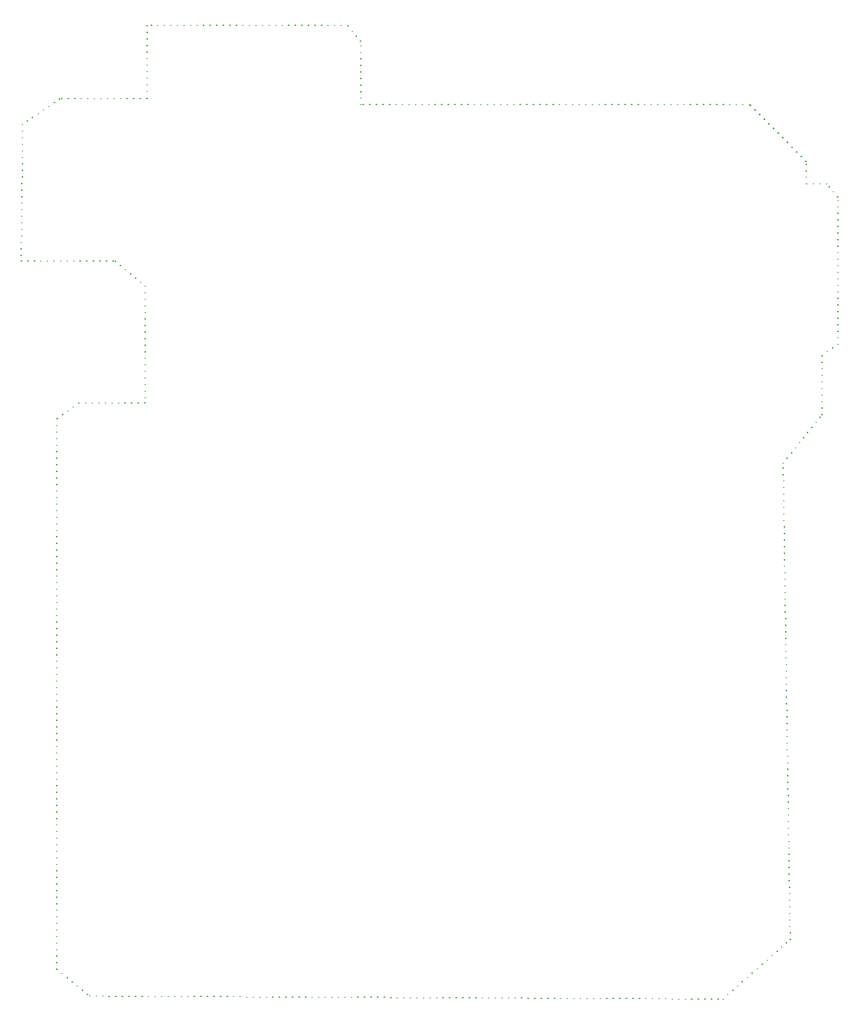
<source format=gm1>
G04 #@! TF.GenerationSoftware,KiCad,Pcbnew,9.99.0-4546-gb76221958b*
G04 #@! TF.CreationDate,2026-01-23T23:05:35+05:00*
G04 #@! TF.ProjectId,Reciver board,52656369-7665-4722-9062-6f6172642e6b,rev?*
G04 #@! TF.SameCoordinates,Original*
G04 #@! TF.FileFunction,Profile,NP*
%FSLAX46Y46*%
G04 Gerber Fmt 4.6, Leading zero omitted, Abs format (unit mm)*
G04 Created by KiCad (PCBNEW 9.99.0-4546-gb76221958b) date 2026-01-23 23:05:35*
%MOMM*%
%LPD*%
G01*
G04 APERTURE LIST*
G04 #@! TA.AperFunction,Profile*
%ADD10C,0.200000*%
G04 #@! TD*
G04 APERTURE END LIST*
D10*
X10160000Y-56515000D02*
X10200000Y-56515000D01*
X11000000Y-56515000D02*
X11040000Y-56515000D01*
X11840000Y-56515000D02*
X11880000Y-56515000D01*
X12680000Y-56515000D02*
X12720000Y-56515000D01*
X13520000Y-56515000D02*
X13560000Y-56515000D01*
X14360000Y-56515000D02*
X14400000Y-56515000D01*
X15200000Y-56515000D02*
X15240000Y-56515000D01*
X16040000Y-56515000D02*
X16080000Y-56515000D01*
X16880000Y-56515000D02*
X16920000Y-56515000D01*
X17720000Y-56515000D02*
X17760000Y-56515000D01*
X18560000Y-56515000D02*
X18600000Y-56515000D01*
X19400000Y-56515000D02*
X19440000Y-56515000D01*
X20240000Y-56515000D02*
X20280000Y-56515000D01*
X21080000Y-56515000D02*
X21120000Y-56515000D01*
X21920000Y-56515000D02*
X21960000Y-56515000D01*
X22225000Y-56515000D02*
X22255729Y-56540607D01*
X22870306Y-57052755D02*
X22901035Y-57078362D01*
X23515612Y-57590510D02*
X23546341Y-57616117D01*
X24160918Y-58128265D02*
X24191646Y-58153872D01*
X24806223Y-58666020D02*
X24836952Y-58691627D01*
X25451529Y-59203774D02*
X25482258Y-59229382D01*
X26035000Y-59690000D02*
X26035000Y-59730000D01*
X26035000Y-60530000D02*
X26035000Y-60570000D01*
X26035000Y-61370000D02*
X26035000Y-61410000D01*
X26035000Y-62210000D02*
X26035000Y-62250000D01*
X26035000Y-63050000D02*
X26035000Y-63090000D01*
X26035000Y-63890000D02*
X26035000Y-63930000D01*
X26035000Y-64730000D02*
X26035000Y-64770000D01*
X26035000Y-65570000D02*
X26035000Y-65610000D01*
X26035000Y-66410000D02*
X26035000Y-66450000D01*
X26035000Y-67250000D02*
X26035000Y-67290000D01*
X26035000Y-68090000D02*
X26035000Y-68130000D01*
X26035000Y-68930000D02*
X26035000Y-68970000D01*
X26035000Y-69770000D02*
X26035000Y-69810000D01*
X26035000Y-70610000D02*
X26035000Y-70650000D01*
X26035000Y-71450000D02*
X26035000Y-71490000D01*
X26035000Y-72290000D02*
X26035000Y-72330000D01*
X26035000Y-73130000D02*
X26035000Y-73170000D01*
X26035000Y-73970000D02*
X26035000Y-74010000D01*
X26035000Y-74676000D02*
X25995000Y-74676000D01*
X25195000Y-74676000D02*
X25155000Y-74676000D01*
X24355000Y-74676000D02*
X24315000Y-74676000D01*
X23515000Y-74676000D02*
X23475000Y-74676000D01*
X22675000Y-74676000D02*
X22635000Y-74676000D01*
X21835000Y-74676000D02*
X21795000Y-74676000D01*
X20995000Y-74676000D02*
X20955000Y-74676000D01*
X20155000Y-74676000D02*
X20115000Y-74676000D01*
X19315000Y-74676000D02*
X19275000Y-74676000D01*
X18475000Y-74676000D02*
X18435000Y-74676000D01*
X17635000Y-74676000D02*
X17595000Y-74676000D01*
X17526000Y-74676000D02*
X17493651Y-74699527D01*
X16846662Y-75170064D02*
X16814312Y-75193591D01*
X16167323Y-75664128D02*
X16134974Y-75687655D01*
X15487985Y-76158193D02*
X15455636Y-76181720D01*
X14808647Y-76652257D02*
X14776297Y-76675784D01*
X14732000Y-76708000D02*
X14732000Y-76748000D01*
X14732000Y-77548000D02*
X14732000Y-77588000D01*
X14732000Y-78388000D02*
X14732000Y-78428000D01*
X14732000Y-79228000D02*
X14732000Y-79268000D01*
X14732000Y-80068000D02*
X14732000Y-80108000D01*
X14732000Y-80908000D02*
X14732000Y-80948000D01*
X14732000Y-81748000D02*
X14732000Y-81788000D01*
X14732000Y-82588000D02*
X14732000Y-82628000D01*
X14732000Y-83428000D02*
X14732000Y-83468000D01*
X14732000Y-84268000D02*
X14732000Y-84308000D01*
X14732000Y-85108000D02*
X14732000Y-85148000D01*
X14732000Y-85948000D02*
X14732000Y-85988000D01*
X14732000Y-86788000D02*
X14732000Y-86828000D01*
X14732000Y-87628000D02*
X14732000Y-87668000D01*
X14732000Y-88468000D02*
X14732000Y-88508000D01*
X14732000Y-89308000D02*
X14732000Y-89348000D01*
X14732000Y-90148000D02*
X14732000Y-90188000D01*
X14732000Y-90988000D02*
X14732000Y-91028000D01*
X14732000Y-91828000D02*
X14732000Y-91868000D01*
X14732000Y-92668000D02*
X14732000Y-92708000D01*
X14732000Y-93508000D02*
X14732000Y-93548000D01*
X14732000Y-94348000D02*
X14732000Y-94388000D01*
X14732000Y-95188000D02*
X14732000Y-95228000D01*
X14732000Y-96028000D02*
X14732000Y-96068000D01*
X14732000Y-96868000D02*
X14732000Y-96908000D01*
X14732000Y-97708000D02*
X14732000Y-97748000D01*
X14732000Y-98548000D02*
X14732000Y-98588000D01*
X14732000Y-99388000D02*
X14732000Y-99428000D01*
X14732000Y-100228000D02*
X14732000Y-100268000D01*
X14732000Y-101068000D02*
X14732000Y-101108000D01*
X14732000Y-101908000D02*
X14732000Y-101948000D01*
X14732000Y-102748000D02*
X14732000Y-102788000D01*
X14732000Y-103588000D02*
X14732000Y-103628000D01*
X14732000Y-104428000D02*
X14732000Y-104468000D01*
X14732000Y-105268000D02*
X14732000Y-105308000D01*
X14732000Y-106108000D02*
X14732000Y-106148000D01*
X14732000Y-106948000D02*
X14732000Y-106988000D01*
X14732000Y-107788000D02*
X14732000Y-107828000D01*
X14732000Y-108628000D02*
X14732000Y-108668000D01*
X14732000Y-109468000D02*
X14732000Y-109508000D01*
X14732000Y-110308000D02*
X14732000Y-110348000D01*
X14732000Y-111148000D02*
X14732000Y-111188000D01*
X14732000Y-111988000D02*
X14732000Y-112028000D01*
X14732000Y-112828000D02*
X14732000Y-112868000D01*
X14732000Y-113668000D02*
X14732000Y-113708000D01*
X14732000Y-114508000D02*
X14732000Y-114548000D01*
X14732000Y-115348000D02*
X14732000Y-115388000D01*
X14732000Y-116188000D02*
X14732000Y-116228000D01*
X14732000Y-117028000D02*
X14732000Y-117068000D01*
X14732000Y-117868000D02*
X14732000Y-117908000D01*
X14732000Y-118708000D02*
X14732000Y-118748000D01*
X14732000Y-119548000D02*
X14732000Y-119588000D01*
X14732000Y-120388000D02*
X14732000Y-120428000D01*
X14732000Y-121228000D02*
X14732000Y-121268000D01*
X14732000Y-122068000D02*
X14732000Y-122108000D01*
X14732000Y-122908000D02*
X14732000Y-122948000D01*
X14732000Y-123748000D02*
X14732000Y-123788000D01*
X14732000Y-124588000D02*
X14732000Y-124628000D01*
X14732000Y-125428000D02*
X14732000Y-125468000D01*
X14732000Y-126268000D02*
X14732000Y-126308000D01*
X14732000Y-127108000D02*
X14732000Y-127148000D01*
X14732000Y-127948000D02*
X14732000Y-127988000D01*
X14732000Y-128788000D02*
X14732000Y-128828000D01*
X14732000Y-129628000D02*
X14732000Y-129668000D01*
X14732000Y-130468000D02*
X14732000Y-130508000D01*
X14732000Y-131308000D02*
X14732000Y-131348000D01*
X14732000Y-132148000D02*
X14732000Y-132188000D01*
X14732000Y-132988000D02*
X14732000Y-133028000D01*
X14732000Y-133828000D02*
X14732000Y-133868000D01*
X14732000Y-134668000D02*
X14732000Y-134708000D01*
X14732000Y-135508000D02*
X14732000Y-135548000D01*
X14732000Y-136348000D02*
X14732000Y-136388000D01*
X14732000Y-137188000D02*
X14732000Y-137228000D01*
X14732000Y-138028000D02*
X14732000Y-138068000D01*
X14732000Y-138868000D02*
X14732000Y-138908000D01*
X14732000Y-139708000D02*
X14732000Y-139748000D01*
X14732000Y-140548000D02*
X14732000Y-140588000D01*
X14732000Y-141388000D02*
X14732000Y-141428000D01*
X14732000Y-142228000D02*
X14732000Y-142268000D01*
X14732000Y-143068000D02*
X14732000Y-143108000D01*
X14732000Y-143908000D02*
X14732000Y-143948000D01*
X14732000Y-144748000D02*
X14732000Y-144788000D01*
X14732000Y-145588000D02*
X14732000Y-145628000D01*
X14732000Y-146428000D02*
X14732000Y-146468000D01*
X14732000Y-147268000D02*
X14732000Y-147308000D01*
X14732000Y-147320000D02*
X14762958Y-147345330D01*
X15382124Y-147851920D02*
X15413082Y-147877249D01*
X16032248Y-148383839D02*
X16063207Y-148409169D01*
X16682372Y-148915759D02*
X16713331Y-148941089D01*
X17332497Y-149447679D02*
X17363455Y-149473008D01*
X17982621Y-149979599D02*
X18013579Y-150004928D01*
X18632745Y-150511518D02*
X18663703Y-150536848D01*
X18923000Y-150749000D02*
X18963000Y-150749187D01*
X19762991Y-150752937D02*
X19802990Y-150753125D01*
X20602982Y-150756875D02*
X20642981Y-150757062D01*
X21442972Y-150760812D02*
X21482972Y-150761000D01*
X22282963Y-150764750D02*
X22322963Y-150764937D01*
X23122954Y-150768687D02*
X23162953Y-150768875D01*
X23962945Y-150772625D02*
X24002944Y-150772812D01*
X24802935Y-150776562D02*
X24842935Y-150776750D01*
X25642926Y-150780500D02*
X25682926Y-150780687D01*
X26482917Y-150784437D02*
X26522917Y-150784625D01*
X27322908Y-150788375D02*
X27362907Y-150788562D01*
X28162898Y-150792312D02*
X28202898Y-150792500D01*
X29002889Y-150796249D02*
X29042889Y-150796437D01*
X29842880Y-150800187D02*
X29882880Y-150800374D01*
X30682871Y-150804124D02*
X30722870Y-150804312D01*
X31522862Y-150808062D02*
X31562861Y-150808249D01*
X32362852Y-150811999D02*
X32402852Y-150812187D01*
X33202843Y-150815937D02*
X33242843Y-150816124D01*
X34042834Y-150819874D02*
X34082833Y-150820062D01*
X34882825Y-150823812D02*
X34922824Y-150823999D01*
X35722815Y-150827749D02*
X35762815Y-150827937D01*
X36562806Y-150831687D02*
X36602806Y-150831874D01*
X37402797Y-150835624D02*
X37442797Y-150835812D01*
X38242788Y-150839562D02*
X38282787Y-150839749D01*
X39082779Y-150843499D02*
X39122778Y-150843686D01*
X39922769Y-150847436D02*
X39962769Y-150847624D01*
X40762760Y-150851374D02*
X40802760Y-150851561D01*
X41602751Y-150855311D02*
X41642750Y-150855499D01*
X42442742Y-150859249D02*
X42482741Y-150859436D01*
X43282732Y-150863186D02*
X43322732Y-150863374D01*
X44122723Y-150867124D02*
X44162723Y-150867311D01*
X44962714Y-150871061D02*
X45002713Y-150871249D01*
X45802705Y-150874999D02*
X45842704Y-150875186D01*
X46642695Y-150878936D02*
X46682695Y-150879124D01*
X47482686Y-150882874D02*
X47522686Y-150883061D01*
X48322677Y-150886811D02*
X48362677Y-150886998D01*
X49162668Y-150890748D02*
X49202667Y-150890936D01*
X50002659Y-150894686D02*
X50042658Y-150894873D01*
X50842649Y-150898623D02*
X50882649Y-150898811D01*
X51682640Y-150902561D02*
X51722640Y-150902748D01*
X52522631Y-150906498D02*
X52562630Y-150906686D01*
X53362622Y-150910436D02*
X53402621Y-150910623D01*
X54202612Y-150914373D02*
X54242612Y-150914561D01*
X55042603Y-150918311D02*
X55082603Y-150918498D01*
X55882594Y-150922248D02*
X55922594Y-150922436D01*
X56722585Y-150926186D02*
X56762584Y-150926373D01*
X57562575Y-150930123D02*
X57602575Y-150930311D01*
X58402566Y-150934060D02*
X58442566Y-150934248D01*
X59242557Y-150937998D02*
X59282557Y-150938185D01*
X60082548Y-150941935D02*
X60122547Y-150942123D01*
X60922539Y-150945873D02*
X60962538Y-150946060D01*
X61762529Y-150949810D02*
X61802529Y-150949998D01*
X62602520Y-150953748D02*
X62642520Y-150953935D01*
X63442511Y-150957685D02*
X63482510Y-150957873D01*
X64282502Y-150961623D02*
X64322501Y-150961810D01*
X65122492Y-150965560D02*
X65162492Y-150965748D01*
X65962483Y-150969498D02*
X66002483Y-150969685D01*
X66802474Y-150973435D02*
X66842474Y-150973623D01*
X67642465Y-150977372D02*
X67682464Y-150977560D01*
X68482456Y-150981310D02*
X68522455Y-150981497D01*
X69322446Y-150985247D02*
X69362446Y-150985435D01*
X70162437Y-150989185D02*
X70202437Y-150989372D01*
X71002428Y-150993122D02*
X71042427Y-150993310D01*
X71842419Y-150997060D02*
X71882418Y-150997247D01*
X72682409Y-151000997D02*
X72722409Y-151001185D01*
X73522400Y-151004935D02*
X73562400Y-151005122D01*
X74362391Y-151008872D02*
X74402390Y-151009060D01*
X75202382Y-151012810D02*
X75242381Y-151012997D01*
X76042372Y-151016747D02*
X76082372Y-151016935D01*
X76882363Y-151020685D02*
X76922363Y-151020872D01*
X77722354Y-151024622D02*
X77762354Y-151024809D01*
X78562345Y-151028559D02*
X78602344Y-151028747D01*
X79402336Y-151032497D02*
X79442335Y-151032684D01*
X80242326Y-151036434D02*
X80282326Y-151036622D01*
X81082317Y-151040372D02*
X81122317Y-151040559D01*
X81922308Y-151044309D02*
X81962307Y-151044497D01*
X82762299Y-151048247D02*
X82802298Y-151048434D01*
X83602289Y-151052184D02*
X83642289Y-151052372D01*
X84442280Y-151056122D02*
X84482280Y-151056309D01*
X85282271Y-151060059D02*
X85322271Y-151060247D01*
X86122262Y-151063997D02*
X86162261Y-151064184D01*
X86962253Y-151067934D02*
X87002252Y-151068121D01*
X87802243Y-151071871D02*
X87842243Y-151072059D01*
X88642234Y-151075809D02*
X88682234Y-151075996D01*
X89482225Y-151079746D02*
X89522224Y-151079934D01*
X90322216Y-151083684D02*
X90362215Y-151083871D01*
X91162206Y-151087621D02*
X91202206Y-151087809D01*
X92002197Y-151091559D02*
X92042197Y-151091746D01*
X92842188Y-151095496D02*
X92882187Y-151095684D01*
X93682179Y-151099434D02*
X93722178Y-151099621D01*
X94522169Y-151103371D02*
X94562169Y-151103559D01*
X95362160Y-151107309D02*
X95402160Y-151107496D01*
X96202151Y-151111246D02*
X96242151Y-151111434D01*
X97042142Y-151115183D02*
X97082141Y-151115371D01*
X97882133Y-151119121D02*
X97922132Y-151119308D01*
X98722123Y-151123058D02*
X98762123Y-151123246D01*
X99562114Y-151126996D02*
X99602114Y-151127183D01*
X100203000Y-151130000D02*
X100232994Y-151103535D01*
X100832864Y-150574238D02*
X100862857Y-150547773D01*
X101462728Y-150018476D02*
X101492721Y-149992011D01*
X102092591Y-149462713D02*
X102122585Y-149436249D01*
X102722455Y-148906951D02*
X102752449Y-148880486D01*
X103352319Y-148351189D02*
X103382313Y-148324724D01*
X103982183Y-147795427D02*
X104012176Y-147768962D01*
X104612047Y-147239665D02*
X104642040Y-147213200D01*
X105241910Y-146683903D02*
X105271904Y-146657438D01*
X105871774Y-146128140D02*
X105901768Y-146101676D01*
X106501638Y-145572378D02*
X106531631Y-145545913D01*
X107131502Y-145016616D02*
X107161495Y-144990151D01*
X107761366Y-144460854D02*
X107791359Y-144434389D01*
X108391229Y-143905092D02*
X108421223Y-143878627D01*
X108839000Y-143510000D02*
X108838418Y-143470004D01*
X108826777Y-142670089D02*
X108826195Y-142630093D01*
X108814554Y-141830178D02*
X108813971Y-141790182D01*
X108802330Y-140990267D02*
X108801748Y-140950271D01*
X108790107Y-140150356D02*
X108789525Y-140110360D01*
X108777884Y-139310445D02*
X108777302Y-139270449D01*
X108765661Y-138470534D02*
X108765079Y-138430538D01*
X108753437Y-137630623D02*
X108752855Y-137590627D01*
X108741214Y-136790712D02*
X108740632Y-136750716D01*
X108728991Y-135950800D02*
X108728409Y-135910805D01*
X108716768Y-135110889D02*
X108716186Y-135070894D01*
X108704544Y-134270978D02*
X108703962Y-134230983D01*
X108692321Y-133431067D02*
X108691739Y-133391071D01*
X108680098Y-132591156D02*
X108679516Y-132551160D01*
X108667875Y-131751245D02*
X108667293Y-131711249D01*
X108655651Y-130911334D02*
X108655069Y-130871338D01*
X108643428Y-130071423D02*
X108642846Y-130031427D01*
X108631205Y-129231512D02*
X108630623Y-129191516D01*
X108618982Y-128391601D02*
X108618400Y-128351605D01*
X108606758Y-127551690D02*
X108606176Y-127511694D01*
X108594535Y-126711779D02*
X108593953Y-126671783D01*
X108582312Y-125871868D02*
X108581730Y-125831872D01*
X108570089Y-125031957D02*
X108569507Y-124991961D01*
X108557866Y-124192046D02*
X108557283Y-124152050D01*
X108545642Y-123352135D02*
X108545060Y-123312139D01*
X108533419Y-122512223D02*
X108532837Y-122472228D01*
X108521196Y-121672312D02*
X108520614Y-121632317D01*
X108508973Y-120832401D02*
X108508391Y-120792406D01*
X108496749Y-119992490D02*
X108496167Y-119952494D01*
X108484526Y-119152579D02*
X108483944Y-119112583D01*
X108472303Y-118312668D02*
X108471721Y-118272672D01*
X108460080Y-117472757D02*
X108459498Y-117432761D01*
X108447856Y-116632846D02*
X108447274Y-116592850D01*
X108435633Y-115792935D02*
X108435051Y-115752939D01*
X108423410Y-114953024D02*
X108422828Y-114913028D01*
X108411187Y-114113113D02*
X108410605Y-114073117D01*
X108398963Y-113273202D02*
X108398381Y-113233206D01*
X108386740Y-112433291D02*
X108386158Y-112393295D01*
X108374517Y-111593380D02*
X108373935Y-111553384D01*
X108362294Y-110753469D02*
X108361712Y-110713473D01*
X108350070Y-109913558D02*
X108349488Y-109873562D01*
X108337847Y-109073646D02*
X108337265Y-109033651D01*
X108325624Y-108233735D02*
X108325042Y-108193740D01*
X108313401Y-107393824D02*
X108312819Y-107353829D01*
X108301178Y-106553913D02*
X108300595Y-106513917D01*
X108288954Y-105714002D02*
X108288372Y-105674006D01*
X108276731Y-104874091D02*
X108276149Y-104834095D01*
X108264508Y-104034180D02*
X108263926Y-103994184D01*
X108252285Y-103194269D02*
X108251703Y-103154273D01*
X108240061Y-102354358D02*
X108239479Y-102314362D01*
X108227838Y-101514447D02*
X108227256Y-101474451D01*
X108215615Y-100674536D02*
X108215033Y-100634540D01*
X108203392Y-99834625D02*
X108202810Y-99794629D01*
X108191168Y-98994714D02*
X108190586Y-98954718D01*
X108178945Y-98154803D02*
X108178363Y-98114807D01*
X108166722Y-97314892D02*
X108166140Y-97274896D01*
X108154499Y-96474981D02*
X108153917Y-96434985D01*
X108142275Y-95635069D02*
X108141693Y-95595074D01*
X108130052Y-94795158D02*
X108129470Y-94755163D01*
X108117829Y-93955247D02*
X108117247Y-93915252D01*
X108105606Y-93115336D02*
X108105024Y-93075341D01*
X108093382Y-92275425D02*
X108092800Y-92235429D01*
X108081159Y-91435514D02*
X108080577Y-91395518D01*
X108068936Y-90595603D02*
X108068354Y-90555607D01*
X108056713Y-89755692D02*
X108056131Y-89715696D01*
X108044490Y-88915781D02*
X108043907Y-88875785D01*
X108032266Y-88075870D02*
X108031684Y-88035874D01*
X108020043Y-87235959D02*
X108019461Y-87195963D01*
X108007820Y-86396048D02*
X108007238Y-86356052D01*
X107995597Y-85556137D02*
X107995015Y-85516141D01*
X107983373Y-84716226D02*
X107982791Y-84676230D01*
X107971150Y-83876315D02*
X107970568Y-83836319D01*
X107958927Y-83036404D02*
X107958345Y-82996408D01*
X107950000Y-82423000D02*
X107974910Y-82391703D01*
X108473106Y-81765764D02*
X108498016Y-81734467D01*
X108996213Y-81108527D02*
X109021123Y-81077230D01*
X109519319Y-80451291D02*
X109544229Y-80419994D01*
X110042426Y-79794055D02*
X110067336Y-79762758D01*
X110565532Y-79136818D02*
X110590442Y-79105521D01*
X111088639Y-78479582D02*
X111113549Y-78448285D01*
X111611745Y-77822346D02*
X111636655Y-77791049D01*
X112134852Y-77165109D02*
X112159762Y-77133812D01*
X112657958Y-76507873D02*
X112682868Y-76476576D01*
X112903000Y-76200000D02*
X112903000Y-76160000D01*
X112903000Y-75360000D02*
X112903000Y-75320000D01*
X112903000Y-74520000D02*
X112903000Y-74480000D01*
X112903000Y-73680000D02*
X112903000Y-73640000D01*
X112903000Y-72840000D02*
X112903000Y-72800000D01*
X112903000Y-72000000D02*
X112903000Y-71960000D01*
X112903000Y-71160000D02*
X112903000Y-71120000D01*
X112903000Y-70320000D02*
X112903000Y-70280000D01*
X112903000Y-69480000D02*
X112903000Y-69440000D01*
X112903000Y-68640000D02*
X112903000Y-68600000D01*
X112903000Y-68580000D02*
X112935962Y-68557339D01*
X113595195Y-68104116D02*
X113628157Y-68081455D01*
X114287390Y-67628232D02*
X114320352Y-67605570D01*
X114935000Y-67183000D02*
X114935000Y-67143000D01*
X114935000Y-66343000D02*
X114935000Y-66303000D01*
X114935000Y-65503000D02*
X114935000Y-65463000D01*
X114935000Y-64663000D02*
X114935000Y-64623000D01*
X114935000Y-63823000D02*
X114935000Y-63783000D01*
X114935000Y-62983000D02*
X114935000Y-62943000D01*
X114935000Y-62143000D02*
X114935000Y-62103000D01*
X114935000Y-61303000D02*
X114935000Y-61263000D01*
X114935000Y-60463000D02*
X114935000Y-60423000D01*
X114935000Y-59623000D02*
X114935000Y-59583000D01*
X114935000Y-58783000D02*
X114935000Y-58743000D01*
X114935000Y-57943000D02*
X114935000Y-57903000D01*
X114935000Y-57103000D02*
X114935000Y-57063000D01*
X114935000Y-56263000D02*
X114935000Y-56223000D01*
X114935000Y-55423000D02*
X114935000Y-55383000D01*
X114935000Y-54583000D02*
X114935000Y-54543000D01*
X114935000Y-53743000D02*
X114935000Y-53703000D01*
X114935000Y-52903000D02*
X114935000Y-52863000D01*
X114935000Y-52063000D02*
X114935000Y-52023000D01*
X114935000Y-51223000D02*
X114935000Y-51183000D01*
X114935000Y-50383000D02*
X114935000Y-50343000D01*
X114935000Y-49543000D02*
X114935000Y-49503000D01*
X114935000Y-48703000D02*
X114935000Y-48663000D01*
X114935000Y-48260000D02*
X114909162Y-48229465D01*
X114392409Y-47618756D02*
X114366571Y-47588220D01*
X113849817Y-46977511D02*
X113823979Y-46946976D01*
X113538000Y-46609000D02*
X113498000Y-46609000D01*
X112698000Y-46609000D02*
X112658000Y-46609000D01*
X111858000Y-46609000D02*
X111818000Y-46609000D01*
X111018000Y-46609000D02*
X110978000Y-46609000D01*
X110871000Y-46609000D02*
X110871000Y-46569000D01*
X110871000Y-45769000D02*
X110871000Y-45729000D01*
X110871000Y-44929000D02*
X110871000Y-44889000D01*
X110871000Y-44089000D02*
X110871000Y-44049000D01*
X110871000Y-43688000D02*
X110842716Y-43659716D01*
X110277030Y-43094030D02*
X110248746Y-43065746D01*
X109683061Y-42500061D02*
X109654776Y-42471776D01*
X109089091Y-41906091D02*
X109060807Y-41877807D01*
X108495121Y-41312121D02*
X108466837Y-41283837D01*
X107901152Y-40718152D02*
X107872867Y-40689867D01*
X107307182Y-40124182D02*
X107278898Y-40095898D01*
X106713212Y-39530212D02*
X106684928Y-39501928D01*
X106119242Y-38936242D02*
X106090958Y-38907958D01*
X105525273Y-38342273D02*
X105496988Y-38313988D01*
X104931303Y-37748303D02*
X104903019Y-37720019D01*
X104337333Y-37154333D02*
X104309049Y-37126049D01*
X103743364Y-36560364D02*
X103715079Y-36532079D01*
X103632000Y-36449000D02*
X103592000Y-36449000D01*
X102792000Y-36449000D02*
X102752000Y-36449000D01*
X101952000Y-36449000D02*
X101912000Y-36449000D01*
X101112000Y-36449000D02*
X101072000Y-36449000D01*
X100272000Y-36449000D02*
X100232000Y-36449000D01*
X99432000Y-36449000D02*
X99392000Y-36449000D01*
X98592000Y-36449000D02*
X98552000Y-36449000D01*
X97752000Y-36449000D02*
X97712000Y-36449000D01*
X96912000Y-36449000D02*
X96872000Y-36449000D01*
X96072000Y-36449000D02*
X96032000Y-36449000D01*
X95232000Y-36449000D02*
X95192000Y-36449000D01*
X94392000Y-36449000D02*
X94352000Y-36449000D01*
X93552000Y-36449000D02*
X93512000Y-36449000D01*
X92712000Y-36449000D02*
X92672000Y-36449000D01*
X91872000Y-36449000D02*
X91832000Y-36449000D01*
X91032000Y-36449000D02*
X90992000Y-36449000D01*
X90192000Y-36449000D02*
X90152000Y-36449000D01*
X89352000Y-36449000D02*
X89312000Y-36449000D01*
X88512000Y-36449000D02*
X88472000Y-36449000D01*
X87672000Y-36449000D02*
X87632000Y-36449000D01*
X86832000Y-36449000D02*
X86792000Y-36449000D01*
X85992000Y-36449000D02*
X85952000Y-36449000D01*
X85152000Y-36449000D02*
X85112000Y-36449000D01*
X84312000Y-36449000D02*
X84272000Y-36449000D01*
X83472000Y-36449000D02*
X83432000Y-36449000D01*
X82632000Y-36449000D02*
X82592000Y-36449000D01*
X81792000Y-36449000D02*
X81752000Y-36449000D01*
X80952000Y-36449000D02*
X80912000Y-36449000D01*
X80112000Y-36449000D02*
X80072000Y-36449000D01*
X79272000Y-36449000D02*
X79232000Y-36449000D01*
X78432000Y-36449000D02*
X78392000Y-36449000D01*
X77592000Y-36449000D02*
X77552000Y-36449000D01*
X76752000Y-36449000D02*
X76712000Y-36449000D01*
X75912000Y-36449000D02*
X75872000Y-36449000D01*
X75072000Y-36449000D02*
X75032000Y-36449000D01*
X74232000Y-36449000D02*
X74192000Y-36449000D01*
X73392000Y-36449000D02*
X73352000Y-36449000D01*
X72552000Y-36449000D02*
X72512000Y-36449000D01*
X71712000Y-36449000D02*
X71672000Y-36449000D01*
X70872000Y-36449000D02*
X70832000Y-36449000D01*
X70032000Y-36449000D02*
X69992000Y-36449000D01*
X69192000Y-36449000D02*
X69152000Y-36449000D01*
X68352000Y-36449000D02*
X68312000Y-36449000D01*
X67512000Y-36449000D02*
X67472000Y-36449000D01*
X66672000Y-36449000D02*
X66632000Y-36449000D01*
X65832000Y-36449000D02*
X65792000Y-36449000D01*
X64992000Y-36449000D02*
X64952000Y-36449000D01*
X64152000Y-36449000D02*
X64112000Y-36449000D01*
X63312000Y-36449000D02*
X63272000Y-36449000D01*
X62472000Y-36449000D02*
X62432000Y-36449000D01*
X61632000Y-36449000D02*
X61592000Y-36449000D01*
X60792000Y-36449000D02*
X60752000Y-36449000D01*
X59952000Y-36449000D02*
X59912000Y-36449000D01*
X59112000Y-36449000D02*
X59072000Y-36449000D01*
X58272000Y-36449000D02*
X58232000Y-36449000D01*
X57432000Y-36449000D02*
X57392000Y-36449000D01*
X56592000Y-36449000D02*
X56552000Y-36449000D01*
X55752000Y-36449000D02*
X55712000Y-36449000D01*
X54912000Y-36449000D02*
X54872000Y-36449000D01*
X54072000Y-36449000D02*
X54032000Y-36449000D01*
X53721000Y-36449000D02*
X53721000Y-36409000D01*
X53721000Y-35609000D02*
X53721000Y-35569000D01*
X53721000Y-34769000D02*
X53721000Y-34729000D01*
X53721000Y-33929000D02*
X53721000Y-33889000D01*
X53721000Y-33089000D02*
X53721000Y-33049000D01*
X53721000Y-32249000D02*
X53721000Y-32209000D01*
X53721000Y-31409000D02*
X53721000Y-31369000D01*
X53721000Y-30569000D02*
X53721000Y-30529000D01*
X53721000Y-29729000D02*
X53721000Y-29689000D01*
X53721000Y-28889000D02*
X53721000Y-28849000D01*
X53721000Y-28321000D02*
X53695776Y-28289955D01*
X53191302Y-27669064D02*
X53166078Y-27638020D01*
X52661604Y-27017128D02*
X52636381Y-26986084D01*
X52131907Y-26365193D02*
X52106683Y-26334148D01*
X52070000Y-26289000D02*
X52030000Y-26289000D01*
X51230000Y-26289000D02*
X51190000Y-26289000D01*
X50390000Y-26289000D02*
X50350000Y-26289000D01*
X49550000Y-26289000D02*
X49510000Y-26289000D01*
X48710000Y-26289000D02*
X48670000Y-26289000D01*
X47870000Y-26289000D02*
X47830000Y-26289000D01*
X47030000Y-26289000D02*
X46990000Y-26289000D01*
X46190000Y-26289000D02*
X46150000Y-26289000D01*
X45350000Y-26289000D02*
X45310000Y-26289000D01*
X44510000Y-26289000D02*
X44470000Y-26289000D01*
X43670000Y-26289000D02*
X43630000Y-26289000D01*
X42830000Y-26289000D02*
X42790000Y-26289000D01*
X41990000Y-26289000D02*
X41950000Y-26289000D01*
X41150000Y-26289000D02*
X41110000Y-26289000D01*
X40310000Y-26289000D02*
X40270000Y-26289000D01*
X39470000Y-26289000D02*
X39430000Y-26289000D01*
X38630000Y-26289000D02*
X38590000Y-26289000D01*
X37790000Y-26289000D02*
X37750000Y-26289000D01*
X36950000Y-26289000D02*
X36910000Y-26289000D01*
X36110000Y-26289000D02*
X36070000Y-26289000D01*
X35270000Y-26289000D02*
X35230000Y-26289000D01*
X34430000Y-26289000D02*
X34390000Y-26289000D01*
X33590000Y-26289000D02*
X33550000Y-26289000D01*
X32750000Y-26289000D02*
X32710000Y-26289000D01*
X31910000Y-26289000D02*
X31870000Y-26289000D01*
X31070000Y-26289000D02*
X31030000Y-26289000D01*
X30230000Y-26289000D02*
X30190000Y-26289000D01*
X29390000Y-26289000D02*
X29350000Y-26289000D01*
X28550000Y-26289000D02*
X28510000Y-26289000D01*
X27710000Y-26289000D02*
X27670000Y-26289000D01*
X26870000Y-26289000D02*
X26830000Y-26289000D01*
X26289000Y-26289000D02*
X26289000Y-26329000D01*
X26289000Y-27129000D02*
X26289000Y-27169000D01*
X26289000Y-27969000D02*
X26289000Y-28009000D01*
X26289000Y-28809000D02*
X26289000Y-28849000D01*
X26289000Y-29649000D02*
X26289000Y-29689000D01*
X26289000Y-30489000D02*
X26289000Y-30529000D01*
X26289000Y-31329000D02*
X26289000Y-31369000D01*
X26289000Y-32169000D02*
X26289000Y-32209000D01*
X26289000Y-33009000D02*
X26289000Y-33049000D01*
X26289000Y-33849000D02*
X26289000Y-33889000D01*
X26289000Y-34689000D02*
X26289000Y-34729000D01*
X26289000Y-35529000D02*
X26289000Y-35569000D01*
X26289000Y-35687000D02*
X26249000Y-35687000D01*
X25449000Y-35687000D02*
X25409000Y-35687000D01*
X24609000Y-35687000D02*
X24569000Y-35687000D01*
X23769000Y-35687000D02*
X23729000Y-35687000D01*
X22929000Y-35687000D02*
X22889000Y-35687000D01*
X22089000Y-35687000D02*
X22049000Y-35687000D01*
X21249000Y-35687000D02*
X21209000Y-35687000D01*
X20409000Y-35687000D02*
X20369000Y-35687000D01*
X19569000Y-35687000D02*
X19529000Y-35687000D01*
X18729000Y-35687000D02*
X18689000Y-35687000D01*
X17889000Y-35687000D02*
X17849000Y-35687000D01*
X17049000Y-35687000D02*
X17009000Y-35687000D01*
X16209000Y-35687000D02*
X16169000Y-35687000D01*
X15369000Y-35687000D02*
X15329000Y-35687000D01*
X15113000Y-35687000D02*
X15080005Y-35709613D01*
X14420105Y-36161864D02*
X14387110Y-36184477D01*
X13727209Y-36636728D02*
X13694214Y-36659341D01*
X13034314Y-37111593D02*
X13001319Y-37134205D01*
X12341418Y-37586457D02*
X12308423Y-37609069D01*
X11648523Y-38061321D02*
X11615528Y-38083933D01*
X10955628Y-38536185D02*
X10922633Y-38558798D01*
X10350147Y-38951141D02*
X10349714Y-38991139D01*
X10341054Y-39791092D02*
X10340621Y-39831089D01*
X10331960Y-40631043D02*
X10331527Y-40671040D01*
X10322867Y-41470993D02*
X10322434Y-41510991D01*
X10313774Y-42310944D02*
X10313341Y-42350942D01*
X10304680Y-43150895D02*
X10304247Y-43190893D01*
X10295587Y-43990846D02*
X10295154Y-44030843D01*
X10286494Y-44830796D02*
X10286061Y-44870794D01*
X10277400Y-45670747D02*
X10276967Y-45710745D01*
X10268307Y-46510698D02*
X10267874Y-46550696D01*
X10259214Y-47350649D02*
X10258781Y-47390646D01*
X10250120Y-48190600D02*
X10249687Y-48230597D01*
X10241027Y-49030550D02*
X10240594Y-49070548D01*
X10231934Y-49870501D02*
X10231501Y-49910499D01*
X10222840Y-50710452D02*
X10222407Y-50750450D01*
X10213747Y-51550403D02*
X10213314Y-51590400D01*
X10204654Y-52390353D02*
X10204221Y-52430351D01*
X10195560Y-53230304D02*
X10195127Y-53270302D01*
X10186467Y-54070255D02*
X10186034Y-54110253D01*
X10177374Y-54910206D02*
X10176941Y-54950203D01*
X10168280Y-55750157D02*
X10167847Y-55790154D01*
M02*

</source>
